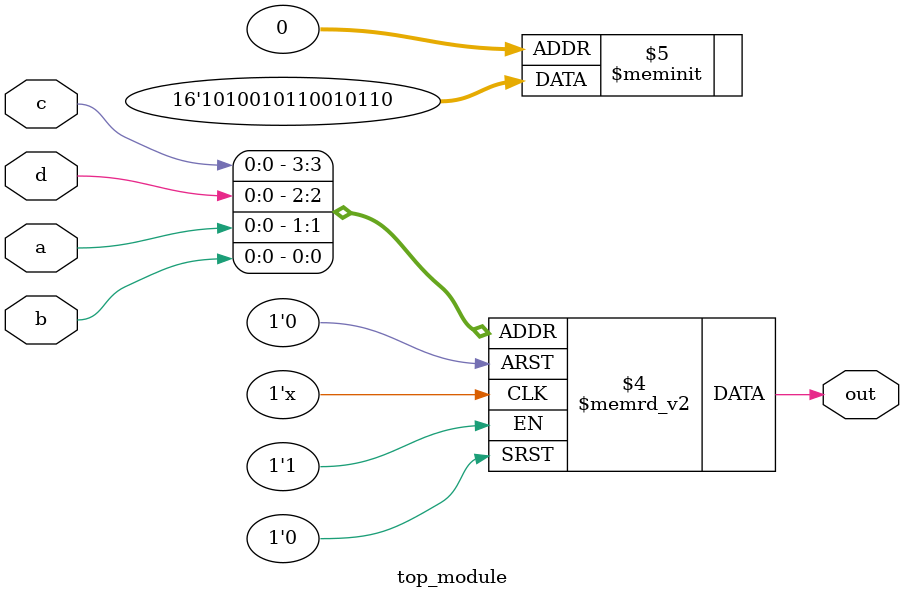
<source format=sv>
module top_module (
	input a, 
	input b,
	input c,
	input d,
	output reg out
);

always @(*) begin
    case ({c, d, a, b})
        4'b0001, 4'b0010, 4'b0111, 4'b1000, 4'b1101, 4'b1010, 4'b1111, 4'b0100: out = 1;
        default: out = 0;
    endcase
end

endmodule

</source>
